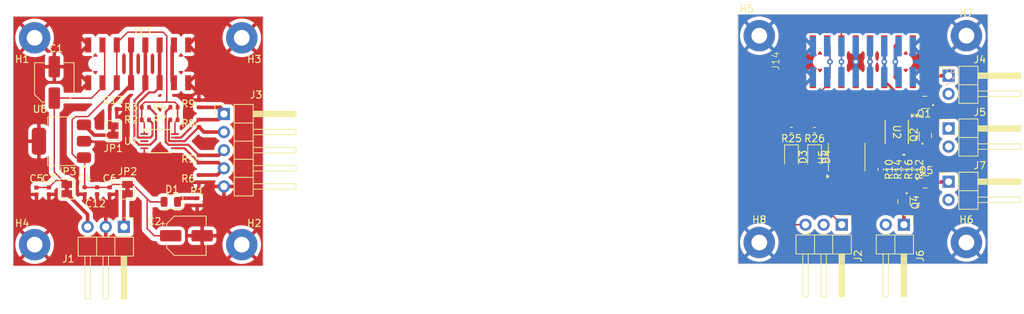
<source format=kicad_pcb>
(kicad_pcb (version 20240108) (generator "pcbnew") (generator_version "8.0")
  (layers (0 "F.Cu" signal) (31 "B.Cu" signal) (34 "B.Paste" user) (35 "F.Paste" user) (36 "B.SilkS" user "B.Silkscreen") (37 "F.SilkS" user "F.Silkscreen") (38 "B.Mask" user) (39 "F.Mask" user) (44 "Edge.Cuts" user))
  (net 0 "")
  (net 1 "GND")
  (net 2 "SDA")
  (net 3 "SCL")
  (net 4 "Net-(J1-Pin_1)")
  (net 5 "Net-(J1-Pin_3)")
  (net 6 "IO3")
  (net 7 "Net-(D1-K)")
  (net 8 "DSDAM")
  (net 9 "DSCLP")
  (net 10 "DSCLM")
  (net 11 "DSDAP")
  (net 12 "Net-(JP1-A)")
  (net 14 "Net-(D3-K)")
  (net 15 "IO0")
  (net 16 "IO1")
  (net 17 "Net-(D4-K)")
  (net 18 "Fan_Versorgung")
  (net 19 "Net-(J5-Pin_1)")
  (net 20 "Net-(J6-Pin_1)")
  (net 21 "Net-(J7-Pin_1)")
  (net 22 "FAN_0_PWM")
  (net 23 "FAN_1_PWM")
  (net 24 "IO2")
  (net 25 "Net-(U2-TACH1)")
  (net 26 "Net-(U2-*ALERT)")
  (net 27 "Net-(U2-TACH2)")
  (net 28 "Net-(U2-CLK)")
  (net 29 "Net-(J4-Pin_1)")
  (footprint "MountingHole:MountingHole_2.2mm_M2_Pad_TopBottom" (layer "F.Cu") (at 80.55 132.3)
    (property "Reference" "H2" (at 1.75 -3 0) (layer "F.SilkS"))
    (property "Value" "MountHole")
    (pad "1" thru_hole circle (at 0 0) (size 2.6 2.6) (drill 2.2) (layers "*.Cu" "*.Mask") (net 1 "GND"))
    (pad "1" connect circle (at 0 0) (size 4.4 4.4) (layers "F.Cu" "F.Mask") (net 1 "GND"))
    (pad "1" connect circle (at 0 0) (size 4.4 4.4) (layers "B.Cu" "B.Mask") (net 1 "GND"))
  )
  (footprint "Resistor_SMD:R_0402_1005Metric" (layer "F.Cu") (at 74.3 126.3 -90)
    (property "Reference" "R1" (at -1.5 0 0) (layer "F.SilkS"))
    (property "Value" "1k")
    (pad "1" smd roundrect (at -0.51 0 270) (size 0.54 0.64) (layers "F.Cu" "F.Paste" "F.Mask") (net 7 "Net-(D1-K)"))
    (pad "2" smd roundrect (at 0.51 0 270) (size 0.54 0.64) (layers "F.Cu" "F.Paste" "F.Mask") (net 1 "GND"))
  )
  (footprint "Resistor_SMD:R_0402_1005Metric" (layer "F.Cu") (at 74.55 120.29 -90)
    (property "Reference" "R5" (at 0.01 1.5 180) (layer "F.SilkS"))
    (property "Value" "120")
    (pad "1" smd roundrect (at -0.51 0 270) (size 0.54 0.64) (layers "F.Cu" "F.Paste" "F.Mask") (net 9 "DSCLP"))
    (pad "2" smd roundrect (at 0.51 0 270) (size 0.54 0.64) (layers "F.Cu" "F.Paste" "F.Mask") (net 10 "DSCLM"))
  )
  (footprint "Resistor_SMD:R_0402_1005Metric" (layer "F.Cu") (at 74.55 115.29 90)
    (property "Reference" "R8" (at -0.01 -1.5 180) (layer "F.SilkS"))
    (property "Value" "120")
    (pad "1" smd roundrect (at -0.51 0 90) (size 0.54 0.64) (layers "F.Cu" "F.Paste" "F.Mask") (net 11 "DSDAP"))
    (pad "2" smd roundrect (at 0.51 0 90) (size 0.54 0.64) (layers "F.Cu" "F.Paste" "F.Mask") (net 8 "DSDAM"))
  )
  (footprint "Package_SO:SOIC-8_3.9x4.9mm_P1.27mm" (layer "F.Cu") (at 165.235 120.025 90)
    (property "Reference" "U5" (at 0 -3.4 90) (layer "F.SilkS"))
    (property "Value" "PCA9536D")
    (pad "1" smd roundrect (at -2.475 -1.905 90) (size 1.95 0.6) (layers "F.Cu" "F.Paste" "F.Mask") (net 15 "IO0"))
    (pad "2" smd roundrect (at -2.475 -0.635 90) (size 1.95 0.6) (layers "F.Cu" "F.Paste" "F.Mask") (net 16 "IO1"))
    (pad "3" smd roundrect (at -2.475 0.635 90) (size 1.95 0.6) (layers "F.Cu" "F.Paste" "F.Mask") (net 24 "IO2"))
    (pad "4" smd roundrect (at -2.475 1.905 90) (size 1.95 0.6) (layers "F.Cu" "F.Paste" "F.Mask") (net 1 "GND"))
    (pad "5" smd roundrect (at 2.475 1.905 90) (size 1.95 0.6) (layers "F.Cu" "F.Paste" "F.Mask") (net 6 "IO3"))
    (pad "6" smd roundrect (at 2.475 0.635 90) (size 1.95 0.6) (layers "F.Cu" "F.Paste" "F.Mask") (net 3 "SCL"))
    (pad "7" smd roundrect (at 2.475 -0.635 90) (size 1.95 0.6) (layers "F.Cu" "F.Paste" "F.Mask") (net 2 "SDA"))
    (pad "8" smd roundrect (at 2.475 -1.905 90) (size 1.95 0.6) (layers "F.Cu" "F.Paste" "F.Mask") (net 3 "SCL"))
  )
  (footprint "Package_SO:TSSOP-10_3x3mm_P0.5mm" (layer "F.Cu") (at 69.05 117.79)
    (property "Reference" "U1" (at -4 0 180) (layer "F.SilkS"))
    (property "Value" "PCA9615DP")
    (pad "1" smd rect (at -2.15 -1) (size 1.1 0.25) (layers "F.Cu" "F.Paste" "F.Mask") (net 2 "SDA"))
    (pad "2" smd rect (at -2.15 -0.5) (size 1.1 0.25) (layers "F.Cu" "F.Paste" "F.Mask") (net 2 "SDA"))
    (pad "3" smd rect (at -2.15 0) (size 1.1 0.25) (layers "F.Cu" "F.Paste" "F.Mask"))
    (pad "4" smd rect (at -2.15 0.5) (size 1.1 0.25) (layers "F.Cu" "F.Paste" "F.Mask") (net 3 "SCL"))
    (pad "5" smd rect (at -2.15 1) (size 1.1 0.25) (layers "F.Cu" "F.Paste" "F.Mask") (net 1 "GND"))
    (pad "6" smd rect (at 2.15 1) (size 1.1 0.25) (layers "F.Cu" "F.Paste" "F.Mask") (net 10 "DSCLM"))
    (pad "7" smd rect (at 2.15 0.5) (size 1.1 0.25) (layers "F.Cu" "F.Paste" "F.Mask") (net 9 "DSCLP"))
    (pad "8" smd rect (at 2.15 0) (size 1.1 0.25) (layers "F.Cu" "F.Paste" "F.Mask") (net 11 "DSDAP"))
    (pad "9" smd rect (at 2.15 -0.5) (size 1.1 0.25) (layers "F.Cu" "F.Paste" "F.Mask") (net 8 "DSDAM"))
    (pad "10" smd rect (at 2.15 -1) (size 1.1 0.25) (layers "F.Cu" "F.Paste" "F.Mask") (net 2 "SDA"))
  )
  (footprint "Capacitor_SMD:CP_Elec_5x3" (layer "F.Cu") (at 72.8 131.05)
    (property "Reference" "C2" (at -4.5 -2 180) (layer "F.SilkS"))
    (property "Value" "0.1µF")
    (pad "1" smd roundrect (at -2.2 0) (size 3 1.6) (layers "F.Cu" "F.Paste" "F.Mask") (roundrect_rratio 0.15625) (net 2 "SDA"))
    (pad "2" smd roundrect (at 2.2 0) (size 3 1.6) (layers "F.Cu" "F.Paste" "F.Mask") (roundrect_rratio 0.15625) (net 1 "GND"))
  )
  (footprint "Connector_PinHeader_2.54mm:PinHeader_1x02_P2.54mm_Horizontal" (layer "F.Cu") (at 173.25 129.5 -90)
    (property "Reference" "J6" (at 4.385 -2.27 90) (layer "F.SilkS"))
    (property "Value" "FAN2")
    (pad "1" thru_hole rect (at 0 0 270) (size 1.7 1.7) (drill 1) (layers "*.Cu" "*.Mask") (net 20 "Net-(J6-Pin_1)"))
    (pad "2" thru_hole oval (at 0 2.54 270) (size 1.7 1.7) (drill 1) (layers "*.Cu" "*.Mask") (net 18 "Fan_Versorgung"))
  )
  (footprint "CustomFotLibByJan:BF100-16-A-D-1-0640-L-C" (layer "F.Cu") (at 59.05 109.6 90)
    (property "Reference" "J13" (at 7.25 7.5 0) (layer "F.SilkS"))
    (property "Value" "Steckverbinder_Male_1")
    (pad "" np_thru_hole circle (at 2.65 1 90) (size 0.5 0.5) (drill 1.5) (layers "F&B.Cu" "*.Mask"))
    (pad "" np_thru_hole circle (at 2.65 13 90) (size 0.5 0.5) (drill 1.5) (layers "F&B.Cu" "*.Mask"))
    (pad "a1" smd rect (at 0 0 90) (size 2.1 0.85) (layers "F.Cu" "F.Paste" "F.Mask") (net 1 "GND"))
    (pad "a2" smd rect (at 0 2 90) (size 2.1 0.85) (layers "F.Cu" "F.Paste" "F.Mask") (net 6 "IO3"))
    (pad "a3" smd rect (at 0 4 90) (size 2.1 0.85) (layers "F.Cu" "F.Paste" "F.Mask") (net 2 "SDA"))
    (pad "a4" smd rect (at 0 6 90) (size 2.1 0.85) (layers "F.Cu" "F.Paste" "F.Mask") (net 3 "SCL"))
    (pad "a5" smd rect (at 0 8 90) (size 2.1 0.85) (layers "F.Cu" "F.Paste" "F.Mask") (net 3 "SCL"))
    (pad "a6" smd rect (at 0 10 90) (size 2.1 0.85) (layers "F.Cu" "F.Paste" "F.Mask") (net 2 "SDA"))
    (pad "a7" smd rect (at 0 12 90) (size 2.1 0.85) (layers "F.Cu" "F.Paste" "F.Mask") (net 6 "IO3"))
    (pad "a8" smd rect (at 0 14 90) (size 2.1 0.85) (layers "F.Cu" "F.Paste" "F.Mask") (net 1 "GND"))
    (pad "b1" smd rect (at 5.3 0 90) (size 2.1 0.85) (layers "F.Cu" "F.Paste" "F.Mask") (net 1 "GND"))
    (pad "b2" smd rect (at 5.3 2 90) (size 2.1 0.85) (layers "F.Cu" "F.Paste" "F.Mask") (net 6 "IO3"))
    (pad "b3" smd rect (at 5.3 4 90) (size 2.1 0.85) (layers "F.Cu" "F.Paste" "F.Mask") (net 2 "SDA"))
    (pad "b4" smd rect (at 5.3 6 90) (size 2.1 0.85) (layers "F.Cu" "F.Paste" "F.Mask") (net 3 "SCL"))
    (pad "b5" smd rect (at 5.3 8 90) (size 2.1 0.85) (layers "F.Cu" "F.Paste" "F.Mask") (net 3 "SCL"))
    (pad "b6" smd rect (at 5.3 10 90) (size 2.1 0.85) (layers "F.Cu" "F.Paste" "F.Mask") (net 2 "SDA"))
    (pad "b7" smd rect (at 5.3 12 90) (size 2.1 0.85) (layers "F.Cu" "F.Paste" "F.Mask") (net 6 "IO3"))
    (pad "b8" smd rect (at 5.3 14 90) (size 2.1 0.85) (layers "F.Cu" "F.Paste" "F.Mask") (net 1 "GND"))
  )
  (footprint "Resistor_SMD:R_0402_1005Metric" (layer "F.Cu") (at 157.5 116.25 180)
    (property "Reference" "R25" (at 0 -1.17 0) (layer "F.SilkS"))
    (property "Value" "330")
    (pad "1" smd roundrect (at -0.51 0 180) (size 0.54 0.64) (layers "F.Cu" "F.Paste" "F.Mask") (net 14 "Net-(D3-K)"))
    (pad "2" smd roundrect (at 0.51 0 180) (size 0.54 0.64) (layers "F.Cu" "F.Paste" "F.Mask") (net 1 "GND"))
  )
  (footprint "Jumper:SolderJumper-2_P1.3mm_Bridged_Pad1.0x1.5mm" (layer "F.Cu") (at 56.05 124.51 90)
    (property "Reference" "JP3" (at 2.46 0 180) (layer "F.SilkS"))
    (property "Value" "MEASO")
    (fp_poly (pts (xy -0.25 -0.3) (xy 0.25 -0.3) (xy 0.25 0.3) (xy -0.25 0.3)) (fill solid) (layer "F.Cu"))
    (pad "1" smd rect (at -0.65 0 90) (size 1 1.5) (layers "F.Cu" "F.Mask") (net 5 "Net-(J1-Pin_3)"))
    (pad "2" smd rect (at 0.65 0 90) (size 1 1.5) (layers "F.Cu" "F.Mask") (net 6 "IO3"))
  )
  (footprint "MountingHole:MountingHole_2.2mm_M2_Pad_TopBottom" (layer "F.Cu") (at 51.55 103.3)
    (property "Reference" "H1" (at -1.75 3 0) (layer "F.SilkS"))
    (property "Value" "MountHole")
    (pad "1" thru_hole circle (at 0 0) (size 2.6 2.6) (drill 2.2) (layers "*.Cu" "*.Mask") (net 1 "GND"))
    (pad "1" connect circle (at 0 0) (size 4.4 4.4) (layers "F.Cu" "F.Mask") (net 1 "GND"))
    (pad "1" connect circle (at 0 0) (size 4.4 4.4) (layers "B.Cu" "B.Mask") (net 1 "GND"))
  )
  (footprint "LED_SMD:LED_0805_2012Metric" (layer "F.Cu") (at 157.5 120 -90)
    (property "Reference" "D3" (at 0 -1.65 90) (layer "F.SilkS"))
    (property "Value" "YELLOW")
    (pad "1" smd roundrect (at -0.9375 0 270) (size 0.975 1.4) (layers "F.Cu" "F.Paste" "F.Mask") (net 14 "Net-(D3-K)"))
    (pad "2" smd roundrect (at 0.9375 0 270) (size 0.975 1.4) (layers "F.Cu" "F.Paste" "F.Mask") (net 15 "IO0"))
  )
  (footprint "MountingHole:MountingHole_2.2mm_M2_Pad_TopBottom" (layer "F.Cu") (at 153 132)
    (property "Reference" "H8" (at 0 -3.2 0) (layer "F.SilkS"))
    (property "Value" "MountHole")
    (pad "1" thru_hole circle (at 0 0) (size 2.6 2.6) (drill 2.2) (layers "*.Cu" "*.Mask") (net 1 "GND"))
    (pad "1" connect circle (at 0 0) (size 4.4 4.4) (layers "F.Cu" "F.Mask") (net 1 "GND"))
    (pad "1" connect circle (at 0 0) (size 4.4 4.4) (layers "B.Cu" "B.Mask") (net 1 "GND"))
  )
  (footprint "Resistor_SMD:R_0402_1005Metric" (layer "F.Cu") (at 74.55 112.54 90)
    (property "Reference" "R9" (at -0.01 -1.5 180) (layer "F.SilkS"))
    (property "Value" "600")
    (pad "1" smd roundrect (at -0.51 0 90) (size 0.54 0.64) (layers "F.Cu" "F.Paste" "F.Mask") (net 8 "DSDAM"))
    (pad "2" smd roundrect (at 0.51 0 90) (size 0.54 0.64) (layers "F.Cu" "F.Paste" "F.Mask") (net 1 "GND"))
  )
  (footprint "LED_SMD:LED_0805_2012Metric" (layer "F.Cu") (at 70.6125 126.3 180)
    (property "Reference" "D1" (at -0.1875 1.75 180) (layer "F.SilkS"))
    (property "Value" "GREEN")
    (pad "1" smd roundrect (at -0.9375 0 180) (size 0.975 1.4) (layers "F.Cu" "F.Paste" "F.Mask") (net 7 "Net-(D1-K)"))
    (pad "2" smd roundrect (at 0.9375 0 180) (size 0.975 1.4) (layers "F.Cu" "F.Paste" "F.Mask") (net 2 "SDA"))
  )
  (footprint "Resistor_SMD:R_0402_1005Metric" (layer "F.Cu") (at 172.75 121.75 -90)
    (property "Reference" "R16" (at 0 -1.17 90) (layer "F.SilkS"))
    (property "Value" "4k7")
    (pad "1" smd roundrect (at -0.51 0 270) (size 0.54 0.64) (layers "F.Cu" "F.Paste" "F.Mask") (net 28 "Net-(U2-CLK)"))
    (pad "2" smd roundrect (at 0.51 0 270) (size 0.54 0.64) (layers "F.Cu" "F.Paste" "F.Mask") (net 1 "GND"))
  )
  (footprint "Package_TO_SOT_SMD:SOT-723" (layer "F.Cu") (at 176.175 112.35 180)
    (property "Reference" "Q1" (at 0.1 -1.6 0) (layer "F.SilkS"))
    (property "Value" "DTC143E")
    (pad "1" smd roundrect (at -0.575 -0.4 180) (size 0.45 0.4) (layers "F.Cu" "F.Paste" "F.Mask") (net 22 "FAN_0_PWM"))
    (pad "2" smd roundrect (at -0.575 0.4 180) (size 0.45 0.4) (layers "F.Cu" "F.Paste" "F.Mask") (net 29 "Net-(J4-Pin_1)"))
    (pad "3" smd roundrect (at 0.575 0 180) (size 0.45 0.4) (layers "F.Cu" "F.Paste" "F.Mask") (net 1 "GND"))
  )
  (footprint "CustomFotLibByJan:BF100-16-A-D-1-0640-L-C" (layer "F.Cu") (at 160.5 109.3 90)
    (property "Reference" "J14" (at 2.75 -5.2 90) (layer "F.SilkS") (effects (font (thickness 0.1))))
    (property "Value" "Steckverbinder_Male_2")
    (pad "" np_thru_hole circle (at 2.65 1 90) (size 0.5 0.5) (drill 1.5) (layers "F&B.Cu" "*.Mask"))
    (pad "" np_thru_hole circle (at 2.65 13 90) (size 0.5 0.5) (drill 1.5) (layers "F&B.Cu" "*.Mask"))
    (pad "a1" smd rect (at 0 0 90) (size 2.1 0.85) (layers "F.Cu" "F.Paste" "F.Mask") (net 1 "GND"))
    (pad "a2" smd rect (at 0 2 90) (size 2.1 0.85) (layers "F.Cu" "F.Paste" "F.Mask") (net 6 "IO3"))
    (pad "a3" smd rect (at 0 4 90) (size 2.1 0.85) (layers "F.Cu" "F.Paste" "F.Mask") (net 2 "SDA"))
    (pad "a4" smd rect (at 0 6 90) (size 2.1 0.85) (layers "F.Cu" "F.Paste" "F.Mask") (net 3 "SCL"))
    (pad "a5" smd rect (at 0 8 90) (size 2.1 0.85) (layers "F.Cu" "F.Paste" "F.Mask") (net 3 "SCL"))
    (pad "a6" smd rect (at 0 10 90) (size 2.1 0.85) (layers "F.Cu" "F.Paste" "F.Mask") (net 2 "SDA"))
    (pad "a7" smd rect (at 0 12 90) (size 2.1 0.85) (layers "F.Cu" "F.Paste" "F.Mask") (net 6 "IO3"))
    (pad "a8" smd rect (at 0 14 90) (size 2.1 0.85) (layers "F.Cu" "F.Paste" "F.Mask") (net 1 "GND"))
    (pad "b1" smd rect (at 5.3 0 90) (size 2.1 0.85) (layers "F.Cu" "F.Paste" "F.Mask") (net 1 "GND"))
    (pad "b2" smd rect (at 5.3 2 90) (size 2.1 0.85) (layers "F.Cu" "F.Paste" "F.Mask") (net 6 "IO3"))
    (pad "b3" smd rect (at 5.3 4 90) (size 2.1 0.85) (layers "F.Cu" "F.Paste" "F.Mask") (net 2 "SDA"))
    (pad "b4" smd rect (at 5.3 6 90) (size 2.1 0.85) (layers "F.Cu" "F.Paste" "F.Mask") (net 3 "SCL"))
    (pad "b5" smd rect (at 5.3 8 90) (size 2.1 0.85) (layers "F.Cu" "F.Paste" "F.Mask") (net 3 "SCL"))
    (pad "b6" smd rect (at 5.3 10 90) (size 2.1 0.85) (layers "F.Cu" "F.Paste" "F.Mask") (net 2 "SDA"))
    (pad "b7" smd rect (at 5.3 12 90) (size 2.1 0.85) (layers "F.Cu" "F.Paste" "F.Mask") (net 6 "IO3"))
    (pad "b8" smd rect (at 5.3 14 90) (size 2.1 0.85) (layers "F.Cu" "F.Paste" "F.Mask") (net 1 "GND"))
  )
  (footprint "Package_TO_SOT_SMD:SOT-723" (layer "F.Cu") (at 176.25 123.5)
    (property "Reference" "Q5" (at 0.1 -1.6 0) (layer "F.SilkS"))
    (property "Value" "DTC143E")
    (pad "1" smd roundrect (at -0.575 -0.4) (size 0.45 0.4) (layers "F.Cu" "F.Paste" "F.Mask") (net 6 "IO3"))
    (pad "2" smd roundrect (at -0.575 0.4) (size 0.45 0.4) (layers "F.Cu" "F.Paste" "F.Mask") (net 1 "GND"))
    (pad "3" smd roundrect (at 0.575 0) (size 0.45 0.4) (layers "F.Cu" "F.Paste" "F.Mask") (net 21 "Net-(J7-Pin_1)"))
  )
  (footprint "Resistor_SMD:R_0402_1005Metric" (layer "F.Cu") (at 71.05 114.8 180)
    (property "Reference" "R7" (at 2 0 180) (layer "F.SilkS"))
    (property "Value" "600")
    (pad "1" smd roundrect (at -0.51 0 180) (size 0.54 0.64) (layers "F.Cu" "F.Paste" "F.Mask") (net 2 "SDA"))
    (pad "2" smd roundrect (at 0.51 0 180) (size 0.54 0.64) (layers "F.Cu" "F.Paste" "F.Mask") (net 11 "DSDAP"))
  )
  (footprint "LED_SMD:LED_0805_2012Metric" (layer "F.Cu") (at 160.74 120 -90)
    (property "Reference" "D4" (at 0 -1.65 90) (layer "F.SilkS"))
    (property "Value" "YELLOW")
    (pad "1" smd roundrect (at -0.9375 0 270) (size 0.975 1.4) (layers "F.Cu" "F.Paste" "F.Mask") (net 17 "Net-(D4-K)"))
    (pad "2" smd roundrect (at 0.9375 0 270) (size 0.975 1.4) (layers "F.Cu" "F.Paste" "F.Mask") (net 16 "IO1"))
  )
  (footprint "Resistor_SMD:R_0402_1005Metric" (layer "F.Cu") (at 171.25 121.75 -90)
    (property "Reference" "R14" (at 0 -1.17 90) (layer "F.SilkS"))
    (property "Value" "4k7")
    (pad "1" smd roundrect (at -0.51 0 270) (size 0.54 0.64) (layers "F.Cu" "F.Paste" "F.Mask") (net 27 "Net-(U2-TACH2)"))
    (pad "2" smd roundrect (at 0.51 0 270) (size 0.54 0.64) (layers "F.Cu" "F.Paste" "F.Mask") (net 1 "GND"))
  )
  (footprint "Capacitor_SMD:C_0402_1005Metric" (layer "F.Cu") (at 62.05 124.76 -90)
    (property "Reference" "C6" (at -1.73 0 180) (layer "F.SilkS"))
    (property "Value" "0.1µF")
    (pad "1" smd roundrect (at -0.48 0 270) (size 0.56 0.62) (layers "F.Cu" "F.Paste" "F.Mask") (net 2 "SDA"))
    (pad "2" smd roundrect (at 0.48 0 270) (size 0.56 0.62) (layers "F.Cu" "F.Paste" "F.Mask") (net 1 "GND"))
  )
  (footprint "Package_TO_SOT_SMD:SOT-223-3_TabPin2" (layer "F.Cu") (at 55.3 117.8 180)
    (property "Reference" "U6" (at 3 4.5 180) (layer "F.SilkS"))
    (property "Value" "AP7361C-33E")
    (pad "1" smd roundrect (at -3.15 -2.3 180) (size 2 1.5) (layers "F.Cu" "F.Paste" "F.Mask") (net 2 "SDA"))
    (pad "2" smd roundrect (at -3.15 0 180) (size 2 1.5) (layers "F.Cu" "F.Paste" "F.Mask") (net 1 "GND"))
    (pad "2" smd roundrect (at 3.15 0 180) (size 2 3.8) (layers "F.Cu" "F.Paste" "F.Mask") (net 1 "GND"))
    (pad "3" smd roundrect (at -3.15 2.3 180) (size 2 1.5) (layers "F.Cu" "F.Paste" "F.Mask") (net 12 "Net-(JP1-A)"))
  )
  (footprint "Connector_PinHeader_2.54mm:PinHeader_1x03_P2.54mm_Horizontal" (layer "F.Cu") (at 164.55 129.5 -90)
    (property "Reference" "J2" (at 4.385 -2.27 90) (layer "F.SilkS"))
    (property "Value" "Fan_12/5V_Regelung")
    (pad "1" thru_hole rect (at 0 0 270) (size 1.7 1.7) (drill 1) (layers "*.Cu" "*.Mask") (net 6 "IO3"))
    (pad "2" thru_hole oval (at 0 2.54 270) (size 1.7 1.7) (drill 1) (layers "*.Cu" "*.Mask") (net 18 "Fan_Versorgung"))
    (pad "3" thru_hole oval (at 0 5.08 270) (size 1.7 1.7) (drill 1) (layers "*.Cu" "*.Mask") (net 2 "SDA"))
  )
  (footprint "Capacitor_SMD:C_0402_1005Metric" (layer "F.Cu") (at 60.3 124.74 -90)
    (property "Reference" "C12" (at 1.81 0.25 180) (layer "F.SilkS"))
    (property "Value" "4.7µF")
    (pad "1" smd roundrect (at -0.48 0 270) (size 0.56 0.62) (layers "F.Cu" "F.Paste" "F.Mask") (net 2 "SDA"))
    (pad "2" smd roundrect (at 0.48 0 270) (size 0.56 0.62) (layers "F.Cu" "F.Paste" "F.Mask") (net 1 "GND"))
  )
  (footprint "Resistor_SMD:R_0402_1005Metric" (layer "F.Cu") (at 160.74 116.25 180)
    (property "Reference" "R26" (at 0 -1.17 0) (layer "F.SilkS"))
    (property "Value" "330")
    (pad "1" smd roundrect (at -0.51 0 180) (size 0.54 0.64) (layers "F.Cu" "F.Paste" "F.Mask") (net 17 "Net-(D4-K)"))
    (pad "2" smd roundrect (at 0.51 0 180) (size 0.54 0.64) (layers "F.Cu" "F.Paste" "F.Mask") (net 1 "GND"))
  )
  (footprint "Connector_PinHeader_2.54mm:PinHeader_1x03_P2.54mm_Horizontal" (layer "F.Cu") (at 64.05 129.8 -90)
    (property "Reference" "J1" (at 4.5 7.775 180) (layer "F.SilkS"))
    (property "Value" "Power")
    (pad "1" thru_hole rect (at 0 0 270) (size 1.7 1.7) (drill 1) (layers "*.Cu" "*.Mask") (net 4 "Net-(J1-Pin_1)"))
    (pad "2" thru_hole oval (at 0 2.54 270) (size 1.7 1.7) (drill 1) (layers "*.Cu" "*.Mask") (net 1 "GND"))
    (pad "3" thru_hole oval (at 0 5.08 270) (size 1.7 1.7) (drill 1) (layers "*.Cu" "*.Mask") (net 5 "Net-(J1-Pin_3)"))
  )
  (footprint "MountingHole:MountingHole_2.2mm_M2_Pad_TopBottom" (layer "F.Cu") (at 182 132)
    (property "Reference" "H6" (at 0 -3.2 0) (layer "F.SilkS"))
    (property "Value" "MountHole")
    (pad "1" thru_hole circle (at 0 0) (size 2.6 2.6) (drill 2.2) (layers "*.Cu" "*.Mask") (net 1 "GND"))
    (pad "1" connect circle (at 0 0) (size 4.4 4.4) (layers "F.Cu" "F.Mask") (net 1 "GND"))
    (pad "1" connect circle (at 0 0) (size 4.4 4.4) (layers "B.Cu" "B.Mask") (net 1 "GND"))
  )
  (footprint "Resistor_SMD:R_0402_1005Metric" (layer "F.Cu") (at 174.25 121.75 -90)
    (property "Reference" "R12" (at 0 -1.17 90) (layer "F.SilkS"))
    (property "Value" "10k")
    (pad "1" smd roundrect (at -0.51 0 270) (size 0.54 0.64) (layers "F.Cu" "F.Paste" "F.Mask") (net 26 "Net-(U2-*ALERT)"))
    (pad "2" smd roundrect (at 0.51 0 270) (size 0.54 0.64) (layers "F.Cu" "F.Paste" "F.Mask") (net 1 "GND"))
  )
  (footprint "Jumper:SolderJumper-2_P1.3mm_Bridged_Pad1.0x1.5mm" (layer "F.Cu") (at 62.55 116.3 90)
    (property "Reference" "JP1" (at -2.5 0 0) (layer "F.SilkS"))
    (property "Value" "MEASO")
    (fp_poly (pts (xy -0.25 -0.3) (xy 0.25 -0.3) (xy 0.25 0.3) (xy -0.25 0.3)) (fill solid) (layer "F.Cu"))
    (pad "1" smd rect (at -0.65 0 90) (size 1 1.5) (layers "F.Cu" "F.Mask") (net 12 "Net-(JP1-A)"))
    (pad "2" smd rect (at 0.65 0 90) (size 1 1.5) (layers "F.Cu" "F.Mask") (net 3 "SCL"))
  )
  (footprint "Connector_PinHeader_2.54mm:PinHeader_1x02_P2.54mm_Horizontal" (layer "F.Cu") (at 179.5 123.475)
    (property "Reference" "J7" (at 4.385 -2.27 0) (layer "F.SilkS"))
    (property "Value" "FAN4")
    (pad "1" thru_hole rect (at 0 0) (size 1.7 1.7) (drill 1) (layers "*.Cu" "*.Mask") (net 21 "Net-(J7-Pin_1)"))
    (pad "2" thru_hole oval (at 0 2.54) (size 1.7 1.7) (drill 1) (layers "*.Cu" "*.Mask") (net 18 "Fan_Versorgung"))
  )
  (footprint "Resistor_SMD:R_0402_1005Metric" (layer "F.Cu") (at 67.05 114.8)
    (property "Reference" "R2" (at -2 0 180) (layer "F.SilkS"))
    (property "Value" "4k7")
    (pad "1" smd roundrect (at -0.51 0) (size 0.54 0.64) (layers "F.Cu" "F.Paste" "F.Mask") (net 2 "SDA"))
    (pad "2" smd roundrect (at 0.51 0) (size 0.54 0.64) (layers "F.Cu" "F.Paste" "F.Mask") (net 2 "SDA"))
  )
  (footprint "CustomFotLibByJan:MSOP10_MC_MCH" (layer "F.Cu") (at 172.25 116.5 -90)
    (property "Reference" "U2" (at 0 0 -90) (layer "F.SilkS"))
    (property "Value" "EMC2302-2-AIZL-TR")
    (fp_text user "*" (at -2.2987 -2.4732 -90) (layer "F.SilkS"))
    (fp_text user "*" (at -2.2987 -2.4732 90) (layer "F.SilkS"))
    (pad "1" smd rect (at -2.0447 -1.000001 270) (size 1.524 0.3302) (layers "F.Cu" "F.Paste" "F.Mask") (net 2 "SDA"))
    (pad "2" smd rect (at -2.0447 -0.499999 270) (size 1.524 0.3302) (layers "F.Cu" "F.Paste" "F.Mask") (net 3 "SCL"))
    (pad "3" smd rect (at -2.0447 0 270) (size 1.524 0.3302) (layers "F.Cu" "F.Paste" "F.Mask") (net 3 "SCL"))
    (pad "4" smd rect (at -2.0447 0.499999 270) (size 1.524 0.3302) (layers "F.Cu" "F.Paste" "F.Mask") (net 1 "GND"))
    (pad "5" smd rect (at -2.0447 1.000001 270) (size 1.524 0.3302) (layers "F.Cu" "F.Paste" "F.Mask") (net 22 "FAN_0_PWM"))
    (pad "6" smd rect (at 2.0447 1.000001 270) (size 1.524 0.3302) (layers "F.Cu" "F.Paste" "F.Mask") (net 25 "Net-(U2-TACH1)"))
    (pad "7" smd rect (at 2.0447 0.499999 270) (size 1.524 0.3302) (layers "F.Cu" "F.Paste" "F.Mask") (net 23 "FAN_1_PWM"))
    (pad "8" smd rect (at 2.0447 0 270) (size 1.524 0.3302) (layers "F.Cu" "F.Paste" "F.Mask") (net 27 "Net-(U2-TACH2)"))
    (pad "9" smd rect (at 2.0447 -0.499999 270) (size 1.524 0.3302) (layers "F.Cu" "F.Paste" "F.Mask") (net 28 "Net-(U2-CLK)"))
    (pad "10" smd rect (at 2.0447 -1.000001 270) (size 1.524 0.3302) (layers "F.Cu" "F.Paste" "F.Mask") (net 26 "Net-(U2-*ALERT)"))
  )
  (footprint "Connector_PinHeader_2.54mm:PinHeader_1x05_P2.54mm_Horizontal" (layer "F.Cu") (at 78.05 113.975)
    (property "Reference" "J3" (at 4.5 -2.675 180) (layer "F.SilkS"))
    (property "Value" "DATA")
    (pad "1" thru_hole rect (at 0 0) (size 1.7 1.7) (drill 1) (layers "*.Cu" "*.Mask") (net 8 "DSDAM"))
    (pad "2" thru_hole oval (at 0 2.54) (size 1.7 1.7) (drill 1) (layers "*.Cu" "*.Mask") (net 11 "DSDAP"))
    (pad "3" thru_hole oval (at 0 5.08) (size 1.7 1.7) (drill 1) (layers "*.Cu" "*.Mask") (net 9 "DSCLP"))
    (pad "4" thru_hole oval (at 0 7.62) (size 1.7 1.7) (drill 1) (layers "*.Cu" "*.Mask") (net 10 "DSCLM"))
    (pad "5" thru_hole oval (at 0 10.16) (size 1.7 1.7) (drill 1) (layers "*.Cu" "*.Mask") (net 1 "GND"))
  )
  (footprint "Capacitor_SMD:C_0402_1005Metric" (layer "F.Cu") (at 53.55 124.76 -90)
    (property "Reference" "C3" (at -1.71 0 180) (layer "F.SilkS"))
    (property "Value" "0.22µF")
    (pad "1" smd roundrect (at -0.48 0 270) (size 0.56 0.62) (layers "F.Cu" "F.Paste" "F.Mask") (net 6 "IO3"))
    (pad "2" smd roundrect (at 0.48 0 270) (size 0.56 0.62) (layers "F.Cu" "F.Paste" "F.Mask") (net 1 "GND"))
  )
  (footprint "MountingHole:MountingHole_2.2mm_M2_Pad_TopBottom" (layer "F.Cu") (at 51.55 132.3)
    (property "Reference" "H4" (at -1.75 -3 0) (layer "F.SilkS"))
    (property "Value" "MountHole")
    (pad "1" thru_hole circle (at 0 0) (size 2.6 2.6) (drill 2.2) (layers "*.Cu" "*.Mask") (net 1 "GND"))
    (pad "1" connect circle (at 0 0) (size 4.4 4.4) (layers "F.Cu" "F.Mask") (net 1 "GND"))
    (pad "1" connect circle (at 0 0) (size 4.4 4.4) (layers "B.Cu" "B.Mask") (net 1 "GND"))
  )
  (footprint "Connector_PinHeader_2.54mm:PinHeader_1x02_P2.54mm_Horizontal" (layer "F.Cu") (at 179.5 108.61)
    (property "Reference" "J4" (at 4.385 -2.27 0) (layer "F.SilkS"))
    (property "Value" "FAN0")
    (pad "1" thru_hole rect (at 0 0) (size 1.7 1.7) (drill 1) (layers "*.Cu" "*.Mask") (net 29 "Net-(J4-Pin_1)"))
    (pad "2" thru_hole oval (at 0 2.54) (size 1.7 1.7) (drill 1) (layers "*.Cu" "*.Mask") (net 18 "Fan_Versorgung"))
  )
  (footprint "MountingHole:MountingHole_2.2mm_M2_Pad_TopBottom" (layer "F.Cu") (at 182 103)
    (property "Reference" "H7" (at 0 -3.2 0) (layer "F.SilkS"))
    (property "Value" "MountHole")
    (pad "1" thru_hole circle (at 0 0) (size 2.6 2.6) (drill 2.2) (layers "*.Cu" "*.Mask") (net 1 "GND"))
    (pad "1" connect circle (at 0 0) (size 4.4 4.4) (layers "F.Cu" "F.Mask") (net 1 "GND"))
    (pad "1" connect circle (at 0 0) (size 4.4 4.4) (layers "B.Cu" "B.Mask") (net 1 "GND"))
  )
  (footprint "Resistor_SMD:R_0402_1005Metric" (layer "F.Cu") (at 74.55 123.05 -90)
    (property "Reference" "R6" (at 0 1.5 180) (layer "F.SilkS"))
    (property "Value" "600")
    (pad "1" smd roundrect (at -0.51 0 270) (size 0.54 0.64) (layers "F.Cu" "F.Paste" "F.Mask") (net 10 "DSCLM"))
    (pad "2" smd roundrect (at 0.51 0 270) (size 0.54 0.64) (layers "F.Cu" "F.Paste" "F.Mask") (net 1 "GND"))
  )
  (footprint "Capacitor_SMD:C_0402_1005Metric" (layer "F.Cu") (at 51.8 124.78 -90)
    (property "Reference" "C5" (at -1.73 0 180) (layer "F.SilkS"))
    (property "Value" "0.1µF")
    (pad "1" smd roundrect (at -0.48 0 270) (size 0.56 0.62) (layers "F.Cu" "F.Paste" "F.Mask") (net 6 "IO3"))
    (pad "2" smd roundrect (at 0.48 0 270) (size 0.56 0.62) (layers "F.Cu" "F.Paste" "F.Mask") (net 1 "GND"))
  )
  (footprint "Resistor_SMD:R_0402_1005Metric" (layer "F.Cu") (at 71.06 113.04 180)
    (property "Reference" "R4" (at 2.01 -0.01 180) (layer "F.SilkS"))
    (property "Value" "600")
    (pad "1" smd roundrect (at -0.51 0 180) (size 0.54 0.64) (layers "F.Cu" "F.Paste" "F.Mask") (net 2 "SDA"))
    (pad "2" smd roundrect (at 0.51 0 180) (size 0.54 0.64) (layers "F.Cu" "F.Paste" "F.Mask") (net 9 "DSCLP"))
  )
  (footprint "Package_TO_SOT_SMD:SOT-723" (layer "F.Cu") (at 173.25 126.25 -90)
    (property "Reference" "Q4" (at 0.1 -1.6 90) (layer "F.SilkS"))
    (property "Value" "DTC143E")
    (pad "1" smd roundrect (at -0.575 -0.4 270) (size 0.45 0.4) (layers "F.Cu" "F.Paste" "F.Mask") (net 24 "IO2"))
    (pad "2" smd roundrect (at -0.575 0.4 270) (size 0.45 0.4) (layers "F.Cu" "F.Paste" "F.Mask") (net 1 "GND"))
    (pad "3" smd roundrect (at 0.575 0 270) (size 0.45 0.4) (layers "F.Cu" "F.Paste" "F.Mask") (net 20 "Net-(J6-Pin_1)"))
  )
  (footprint "MountingHole:MountingHole_2.2mm_M2_Pad_TopBottom" (layer "F.Cu") (at 80.55 103.3)
    (property "Reference" "H3" (at 1.75 3 0) (layer "F.SilkS"))
    (property "Value" "MountHole")
    (pad "1" thru_hole circle (at 0 0) (size 2.6 2.6) (drill 2.2) (layers "*.Cu" "*.Mask") (net 1 "GND"))
    (pad "1" connect circle (at 0 0) (size 4.4 4.4) (layers "F.Cu" "F.Mask") (net 1 "GND"))
    (pad "1" connect circle (at 0 0) (size 4.4 4.4) (layers "B.Cu" "B.Mask") (net 1 "GND"))
  )
  (footprint "Resistor_SMD:R_0402_1005Metric" (layer "F.Cu") (at 67.06 113.05)
    (property "Reference" "R3" (at -2.01 0 180) (layer "F.SilkS"))
    (property "Value" "4k7")
    (pad "1" smd roundrect (at -0.51 0) (size 0.54 0.64) (layers "F.Cu" "F.Paste" "F.Mask") (net 2 "SDA"))
    (pad "2" smd roundrect (at 0.51 0) (size 0.54 0.64) (layers "F.Cu" "F.Paste" "F.Mask") (net 3 "SCL"))
  )
  (footprint "Jumper:SolderJumper-2_P1.3mm_Bridged_Pad1.0x1.5mm" (layer "F.Cu") (at 64.55 124.51 90)
    (property "Reference" "JP2" (at 2.46 0 180) (layer "F.SilkS"))
    (property "Value" "MEASO")
    (fp_poly (pts (xy -0.25 -0.3) (xy 0.25 -0.3) (xy 0.25 0.3) (xy -0.25 0.3)) (fill solid) (layer "F.Cu"))
    (pad "1" smd rect (at -0.65 0 90) (size 1 1.5) (layers "F.Cu" "F.Mask") (net 4 "Net-(J1-Pin_1)"))
    (pad "2" smd rect (at 0.65 0 90) (size 1 1.5) (layers "F.Cu" "F.Mask") (net 2 "SDA"))
  )
  (footprint "Resistor_SMD:R_0402_1005Metric" (layer "F.Cu") (at 170 121.75 -90)
    (property "Reference" "R10" (at 0 -1.17 90) (layer "F.SilkS"))
    (property "Value" "4k7")
    (pad "1" smd roundrect (at -0.51 0 270) (size 0.54 0.64) (layers "F.Cu" "F.Paste" "F.Mask") (net 25 "Net-(U2-TACH1)"))
    (pad "2" smd roundrect (at 0.51 0 270) (size 0.54 0.64) (layers "F.Cu" "F.Paste" "F.Mask") (net 1 "GND"))
  )
  (footprint "MountingHole:MountingHole_2.2mm_M2_Pad_TopBottom" (layer "F.Cu") (at 153 103)
    (property "Reference" "H5" (at -1.75 -3.75 0) (layer "F.SilkS"))
    (property "Value" "MountHole")
    (pad "1" thru_hole circle (at 0 0) (size 2.6 2.6) (drill 2.2) (layers "*.Cu" "*.Mask") (net 1 "GND"))
    (pad "1" connect circle (at 0 0) (size 4.4 4.4) (layers "F.Cu" "F.Mask") (net 1 "GND"))
    (pad "1" connect circle (at 0 0) (size 4.4 4.4) (layers "B.Cu" "B.Mask") (net 1 "GND"))
  )
  (footprint "Capacitor_SMD:C_0402_1005Metric" (layer "F.Cu") (at 62.55 113.3)
    (property "Reference" "C13" (at 0 -1.25 180) (layer "F.SilkS"))
    (property "Value" "4.7µF")
    (pad "1" smd roundrect (at -0.48 0) (size 0.56 0.62) (layers "F.Cu" "F.Paste" "F.Mask") (net 3 "SCL"))
    (pad "2" smd roundrect (at 0.48 0) (size 0.56 0.62) (layers "F.Cu" "F.Paste" "F.Mask") (net 1 "GND"))
  )
  (footprint "Package_TO_SOT_SMD:SOT-723" (layer "F.Cu") (at 176.25 117 90)
    (property "Reference" "Q2" (at 0.1 -1.6 90) (layer "F.SilkS"))
    (property "Value" "DTC143E")
    (pad "1" smd roundrect (at -0.575 -0.4 90) (size 0.45 0.4) (layers "F.Cu" "F.Paste" "F.Mask") (net 23 "FAN_1_PWM"))
    (pad "2" smd roundrect (at -0.575 0.4 90) (size 0.45 0.4) (layers "F.Cu" "F.Paste" "F.Mask") (net 1 "GND"))
    (pad "3" smd roundrect (at 0.575 0 90) (size 0.45 0.4) (layers "F.Cu" "F.Paste" "F.Mask") (net 19 "Net-(J5-Pin_1)"))
  )
  (footprint "Capacitor_SMD:C_0402_1005Metric" (layer "F.Cu") (at 58.55 124.74 -90)
    (property "Reference" "C4" (at -1.71 0 180) (layer "F.SilkS"))
    (property "Value" "0.22µF")
    (pad "1" smd roundrect (at -0.48 0 270) (size 0.56 0.62) (layers "F.Cu" "F.Paste" "F.Mask") (net 2 "SDA"))
    (pad "2" smd roundrect (at 0.48 0 270) (size 0.56 0.62) (layers "F.Cu" "F.Paste" "F.Mask") (net 1 "GND"))
  )
  (footprint "Connector_PinHeader_2.54mm:PinHeader_1x02_P2.54mm_Horizontal" (layer "F.Cu") (at 179.5 116.01)
    (property "Reference" "J5" (at 4.385 -2.27 0) (layer "F.SilkS"))
    (property "Value" "FAN1")
    (pad "1" thru_hole rect (at 0 0) (size 1.7 1.7) (drill 1) (layers "*.Cu" "*.Mask") (net 19 "Net-(J5-Pin_1)"))
    (pad "2" thru_hole oval (at 0 2.54) (size 1.7 1.7) (drill 1) (layers "*.Cu" "*.Mask") (net 18 "Fan_Versorgung"))
  )
  (footprint "Capacitor_SMD:CP_Elec_5x3" (layer "F.Cu") (at 54.3 109.55 90)
    (property "Reference" "C1" (at 4.75 0.25 180) (layer "F.SilkS"))
    (property "Value" "0.1µF")
    (pad "1" smd roundrect (at -2.2 0 90) (size 3 1.6) (layers "F.Cu" "F.Paste" "F.Mask") (roundrect_rratio 0.15625) (net 6 "IO3"))
    (pad "2" smd roundrect (at 2.2 0 90) (size 3 1.6) (layers "F.Cu" "F.Paste" "F.Mask") (roundrect_rratio 0.15625) (net 1 "GND"))
  )
  (footprint "CustomFotLibByJan:BF030-16A-B1-0360-0277-0600-LB" (layer "B.Cu") (at 174.5 108.775 90)
    (property "Reference" "J15" (at 0 5.25 -90) (layer "B.SilkS") (effects (font (thickness 0.1)) (justify mirror)))
    (property "Value" "Steckverbinder_Female_2")
    (pad "" np_thru_hole circle (at 2.125 -13 90) (size 0.5 0.5) (drill 1.1) (layers "F&B.Cu" "*.Mask"))
    (pad "" np_thru_hole circle (at 2.125 -1 90) (size 0.5 0.5) (drill 1.1) (layers "F&B.Cu" "*.Mask"))
    (pad "a1" smd rect (at 0 0 90) (size 2.75 0.9) (layers "B.Cu" "B.Paste" "B.Mask") (net 1 "GND"))
    (pad "a2" smd rect (at 0 -2 90) (size 2.75 0.9) (layers "B.Cu" "B.Paste" "B.Mask") (net 6 "IO3"))
    (pad "a3" smd rect (at 0 -4 90) (size 2.75 0.9) (layers "B.Cu" "B.Paste" "B.Mask") (net 2 "SDA"))
    (pad "a4" smd rect (at 0 -6 90) (size 2.75 0.9) (layers "B.Cu" "B.Paste" "B.Mask") (net 3 "SCL"))
    (pad "a5" smd rect (at 0 -8 90) (size 2.75 0.9) (layers "B.Cu" "B.Paste" "B.Mask") (net 3 "SCL"))
    (pad "a6" smd rect (at 0 -10 90) (size 2.75 0.9) (layers "B.Cu" "B.Paste" "B.Mask") (net 2 "SDA"))
    (pad "a7" smd rect (at 0 -12 90) (size 2.75 0.9) (layers "B.Cu" "B.Paste" "B.Mask") (net 6 "IO3"))
    (pad "a8" smd rect (at 0 -14 90) (size 2.75 0.9) (layers "B.Cu" "B.Paste" "B.Mask") (net 1 "GND"))
    (pad "b1" smd rect (at 4.25 0 90) (size 2.75 0.9) (layers "B.Cu" "B.Paste" "B.Mask") (net 1 "GND"))
    (pad "b2" smd rect (at 4.25 -2 90) (size 2.75 0.9) (layers "B.Cu" "B.Paste" "B.Mask") (net 6 "IO3"))
    (pad "b3" smd rect (at 4.25 -4 90) (size 2.75 0.9) (layers "B.Cu" "B.Paste" "B.Mask") (net 2 "SDA"))
    (pad "b4" smd rect (at 4.25 -6 90) (size 2.75 0.9) (layers "B.Cu" "B.Paste" "B.Mask") (net 3 "SCL"))
    (pad "b5" smd rect (at 4.25 -8 90) (size 2.75 0.9) (layers "B.Cu" "B.Paste" "B.Mask") (net 3 "SCL"))
    (pad "b6" smd rect (at 4.25 -10 90) (size 2.75 0.9) (layers "B.Cu" "B.Paste" "B.Mask") (net 2 "SDA"))
    (pad "b7" smd rect (at 4.25 -12 90) (size 2.75 0.9) (layers "B.Cu" "B.Paste" "B.Mask") (net 6 "IO3"))
    (pad "b8" smd rect (at 4.25 -14 90) (size 2.75 0.9) (layers "B.Cu" "B.Paste" "B.Mask") (net 1 "GND"))
  )
  (gr_rect (start 150 100) (end 185 135) (stroke (width 0.1)) (fill none) (layer "Edge.Cuts"))
  (gr_rect (start 48.55 100.3) (end 83.55 135.3) (stroke (width 0.1)) (fill none) (layer "Edge.Cuts"))
  (segment (start 170 122.26) (end 171.25 122.26) (width 0.2) (layer "F.Cu") (net 1))
  (segment (start 171.25 122.26) (end 172.75 122.26) (width 0.2) (layer "F.Cu") (net 1))
  (segment (start 172.75 122.26) (end 174.25 122.26) (width 0.2) (layer "F.Cu") (net 1))
  (segment (start 71.57 113.04) (end 71.57 112.720001) (width 0.2) (layer "F.Cu") (net 2))
  (segment (start 56.8 119.55) (end 56.8 114.8) (width 0.2) (layer "F.Cu") (net 2))
  (segment (start 65.97 117.21) (end 65.97 112.53) (width 0.3) (layer "F.Cu") (net 2))
  (segment (start 67.3 125.86) (end 67.3 130.05) (width 0.2) (layer "F.Cu") (net 2))
  (segment (start 170.5 106.65) (end 170.5 104) (width 0.5) (layer "F.Cu") (net 2))
  (segment (start 56.8 114.8) (end 57.25 114.35) (width 0.2) (layer "F.Cu") (net 2))
  (segment (start 71.169999 112.32) (end 70.05 112.32) (width 0.2) (layer "F.Cu") (net 2))
  (segment (start 71.56 114.8) (end 71.56 113.05) (width 0.2) (layer "F.Cu") (net 2))
  (segment (start 164.5 102.4) (end 164.5 104) (width 0.2) (layer "F.Cu") (net 2))
  (segment (start 71.56 113.05) (end 71.57 113.04) (width 0.2) (layer "F.Cu") (net 2))
  (segment (start 63.05 109.6) (end 63.05 104.3) (width 0.2) (layer "F.Cu") (net 2))
  (segment (start 58.55 120.2) (end 58.45 120.1) (width 0.2) (layer "F.Cu") (net 2))
  (segment (start 66.54 114.8) (end 66.54 113.06) (width 0.2) (layer "F.Cu") (net 2))
  (segment (start 68.05 115.29) (end 67.56 114.8) (width 0.3) (layer "F.Cu") (net 2))
  (segment (start 67.3 130.05) (end 68.3 131.05) (width 0.2) (layer "F.Cu") (net 2))
  (segment (start 66.9 117.29) (end 66.05 117.29) (width 0.3) (layer "F.Cu") (net 2))
  (segment (start 65.3 123.86) (end 67.3 125.86) (width 0.2) (layer "F.Cu") (net 2))
  (segment (start 62.05 124.28) (end 58.57 124.28) (width 0.2) (layer "F.Cu") (net 2))
  (segment (start 68.05 116.99) (end 68.05 115.29) (width 0.3) (layer "F.Cu") (net 2))
  (segment (start 65.97 112.53) (end 67.55 110.95) (width 0.3) (layer "F.Cu") (net 2))
  (segment (start 164.5 106.65) (end 164.5 109.3) (width 0.2) (layer "F.Cu") (net 2))
  (segment (start 68.325 110.95) (end 69.05 110.225) (width 0.3) (layer "F.Cu") (net 2))
  (segment (start 64.55 123.86) (end 62.47 123.86) (width 0.2) (layer "F.Cu") (net 2))
  (segment (start 64.575 102.5) (end 63.05 104.025) (width 0.2) (layer "F.Cu") (net 2))
  (segment (start 153.5 107.45) (end 159.05 101.9) (width 0.2) (layer "F.Cu") (net 2))
  (segment (start 67.75 117.29) (end 68.05 116.99) (width 0.3) (layer "F.Cu") (net 2))
  (segment (start 64.55 123.86) (end 65.3 123.86) (width 0.2) (layer "F.Cu") (net 2))
  (segment (start 66.05 117.29) (end 65.97 117.21) (width 0.3) (layer "F.Cu") (net 2))
  (segment (start 62.05 124.28) (end 60.32 124.28) (width 0.2) (layer "F.Cu") (net 2))
  (segment (start 58.57 124.28) (end 58.55 124.26) (width 0.2) (layer "F.Cu") (net 2))
  (segment (start 173.250001 114.4553) (end 173.250001 112.050001) (width 0.35) (layer "F.Cu") (net 2))
  (segment (start 170.5 106.65) (end 170.5 109.3) (width 0.5) (layer "F.Cu") (net 2))
  (segment (start 70.05 112.32) (end 70.05 103.025) (width 0.2) (layer "F.Cu") (net 2))
  (segment (start 153.5 126.1) (end 153.5 107.45) (width 0.2) (layer "F.Cu") (net 2))
  (segment (start 70.05 103.025) (end 69.525 102.5) (width 0.2) (layer "F.Cu") (net 2))
  (segment (start 58.55 124.26) (end 58.55 120.2) (width 0.2) (layer "F.Cu") (net 2))
  (segment (start 66.960001 112.32) (end 66.55 112.730001) (width 0.2) (layer "F.Cu") (net 2))
  (segment (start 66.54 113.06) (end 66.55 113.05) (width 0.2) (layer "F.Cu") (net 2))
  (segment (start 62.47 123.86) (end 62.05 124.28) (width 0.2) (layer "F.Cu") (net 2))
  (segment (start 66.55 112.730001) (end 66.55 113.05) (width 0.2) (layer "F.Cu") (net 2))
  (segment (start 66.9 116.79) (end 66.9 115.16) (width 0.2) (layer "F.Cu") (net 2))
  (segment (start 59 114.35) (end 63.05 110.3) (width 0.2) (layer "F.Cu") (net 2))
  (segment (start 71.57 112.720001) (end 71.169999 112.32) (width 0.2) (layer "F.Cu") (net 2))
  (segment (start 159.05 101.9) (end 164 101.9) (width 0.2) (layer "F.Cu") (net 2))
  (segment (start 66.9 115.16) (end 66.54 114.8) (width 0.2) (layer "F.Cu") (net 2))
  (segment (start 164 101.9) (end 164.5 102.4) (width 0.2) (layer "F.Cu") (net 2))
  (segment (start 67.55 110.95) (end 68.325 110.95) (width 0.3) (layer "F.Cu") (net 2))
  (segment (start 70.05 112.32) (end 66.960001 112.32) (width 0.2) (layer "F.Cu") (net 2))
  (segment (start 71.2 116.79) (end 71.2 115.16) (width 0.2) (layer "F.Cu") (net 2))
  (segment (start 57.35 120.1) (end 56.8 119.55) (width 0.2) (layer "F.Cu") (net 2))
  (segment (start 58.45 120.1) (end 57.35 120.1) (width 0.2) (layer "F.Cu") (net 2))
  (segment (start 71.2 115.16) (end 71.56 114.8) (width 0.2) (layer "F.Cu") (net 2))
  (segment (start 69.05 109.6) (end 69.05 104.3) (width 0.5) (layer "F.Cu") (net 2))
  (segment (start 60.32 124.28) (end 60.3 124.26) (width 0.2) (layer "F.Cu") (net 2))
  (segment (start 164.5 106.65) (end 164.5 104) (width 0.2) (layer "F.Cu") (net 2))
  (segment (start 69.675 126.3) (end 67.74 126.3) (width 0.2) (layer "F.Cu") (net 2))
  (segment (start 57.25 114.35) (end 59 114.35) (width 0.2) (layer "F.Cu") (net 2))
  (segment (start 68.3 131.05) (end 70.6 131.05) (width 0.2) (layer "F.Cu") (net 2))
  (segment (start 173.250001 112.050001) (end 170.5 109.3) (width 0.35) (layer "F.Cu") (net 2))
  (segment (start 69.525 102.5) (end 64.575 102.5) (width 0.2) (layer "F.Cu") (net 2))
  (segment (start 69.05 110.225) (end 69.05 109.6) (width 0.3) (layer "F.Cu") (net 2))
  (segment (start 156.9 129.5) (end 153.5 126.1) (width 0.2) (layer "F.Cu") (net 2))
  (segment (start 63.05 110.3) (end 63.05 109.6) (width 0.2) (layer "F.Cu") (net 2))
  (segment (start 66.9 117.29) (end 67.75 117.29) (width 0.3) (layer "F.Cu") (net 2))
  (segment (start 67.74 126.3) (end 67.3 125.86) (width 0.2) (layer "F.Cu") (net 2))
  (segment (start 63.05 104.025) (end 63.05 104.3) (width 0.2) (layer "F.Cu") (net 2))
  (segment (start 159.47 129.5) (end 156.9 129.5) (width 0.2) (layer "F.Cu") (net 2))
  (via (at 164.5 106.65) (size 0.8) (drill 0.4) (layers "F.Cu" "B.Cu") (net 2))
  (via (at 170.5 106.65) (size 0.8) (drill 0.4) (layers "F.Cu" "B.Cu") (net 2))
  (segment (start 170.5 104.525) (end 170.5 106.65) (width 0.5) (layer "B.Cu") (net 2))
  (segment (start 164.5 108.775) (end 164.5 106.65) (width 0.2) (layer "B.Cu") (net 2))
  (segment (start 170.5 108.775) (end 170.5 106.65) (width 0.5) (layer "B.Cu") (net 2))
  (segment (start 164.5 106.65) (end 164.5 104.525) (width 0.2) (layer "B.Cu") (net 2))
  (segment (start 62.07 113.3) (end 62.07 115.17) (width 0.5) (layer "F.Cu") (net 3))
  (segment (start 67.05 109.6) (end 67.05 104.3) (width 0.5) (layer "F.Cu") (net 3))
  (segment (start 68.55 117.49) (end 68.55 114.03) (width 0.3) (layer "F.Cu") (net 3))
  (segment (start 66.125 118.29) (end 65.52 117.685) (width 0.3) (layer "F.Cu") (net 3))
  (segment (start 62.07 113.3) (end 62.07 112.855) (width 0.5) (layer "F.Cu") (net 3))
  (segment (start 65.52 117.685) (end 65.52 112.08) (width 0.3) (layer "F.Cu") (net 3))
  (segment (start 66.9 118.29) (end 66.125 118.29) (width 0.3) (layer "F.Cu") (net 3))
  (segment (start 168.5 106.65) (end 168.5 104) (width 0.5) (layer "F.Cu") (net 3))
  (segment (start 62.07 112.855) (end 65.05 109.875) (width 0.5) (layer "F.Cu") (net 3))
  (segment (start 65.52 112.08) (end 67.05 110.55) (width 0.3) (layer "F.Cu") (net 3))
  (segment (start 65.05 109.875) (end 65.05 109.6) (width 0.5) (layer "F.Cu") (net 3))
  (segment (start 166.5 106.65) (end 166.5 104) (width 0.5) (layer "F.Cu") (net 3))
  (segment (start 62.07 115.17) (end 62.55 115.65) (width 0.5) (layer "F.Cu") (net 3))
  (segment (start 168.5 106.65) (end 168.5 109.3) (width 0.5) (layer "F.Cu") (net 3))
  (segment (start 65.05 109.6) (end 65.05 104.3) (width 0.5) (layer "F.Cu") (net 3))
  (segment (start 68.55 114.03) (end 67.57 113.05) (width 0.3) (layer "F.Cu") (net 3))
  (segment (start 166.5 106.65) (end 166.5 109.3) (width 0.5) (layer "F.Cu") (net 3))
  (segment (start 66.9 118.29) (end 67.75 118.29) (width 0.3) (layer "F.Cu") (net 3))
  (segment (start 67.75 118.29) (end 68.55 117.49) (width 0.3) (layer "F.Cu") (net 3))
  (segment (start 67.05 110.55) (end 67.05 109.6) (width 0.3) (layer "F.Cu") (net 3))
  (via (at 166.5 106.65) (size 1) (drill 0.5) (layers "F.Cu" "B.Cu") (net 3))
  (via (at 168.5 106.65) (size 0.8) (drill 0.4) (layers "F.Cu" "B.Cu") (net 3))
  (segment (start 166.5 106.65) (end 166.5 104.525) (width 0.5) (layer "B.Cu") (net 3))
  (segment (start 168.5 106.65) (end 168.5 104.525) (width 0.5) (layer "B.Cu") (net 3))
  (segment (start 168.5 108.775) (end 168.5 106.65) (width 0.5) (layer "B.Cu") (net 3))
  (segment (start 166.5 108.775) (end 166.5 106.65) (width 0.5) (layer "B.Cu") (net 3))
  (segment (start 64.05 129.8) (end 64.05 125.66) (width 0.5) (layer "F.Cu") (net 4))
  (segment (start 64.05 125.66) (end 64.55 125.16) (width 0.5) (layer "F.Cu") (net 4))
  (segment (start 58.97 128.08) (end 56.05 125.16) (width 0.5) (layer "F.Cu") (net 5))
  (segment (start 58.97 129.8) (end 58.97 128.08) (width 0.5) (layer "F.Cu") (net 5))
  (segment (start 159.925 112.5) (end 162.5 109.925) (width 0.2) (layer "F.Cu") (net 6))
  (segment (start 172.05 104.45) (end 172.5 104) (width 0.5) (layer "F.Cu") (net 6))
  (segment (start 61.35 109.3) (end 61.35 104.6) (width 0.2) (layer "F.Cu") (net 6))
  (segment (start 155.5 124) (end 155 123.5) (width 0.2) (layer "F.Cu") (net 6))
  (segment (start 70.8 109.35) (end 70.8 104.55) (width 0.5) (layer "F.Cu") (net 6))
  (segment (start 162.9 106.65) (end 162.9 104.4) (width 0.2) (layer "F.Cu") (net 6))
  (segment (start 53.55 124.28) (end 51.82 124.28) (width 0.2) (layer "F.Cu") (net 6))
  (segment (start 162.9 104.4) (end 162.5 104) (width 0.2) (layer "F.Cu") (net 6))
  (segment (start 172.05 106.65) (end 172.05 104.45) (width 0.5) (layer "F.Cu") (net 6))
  (segment (start 54.53 123.3) (end 53.55 124.28) (width 0.2) (layer "F.Cu") (net 6))
  (segment (start 162.9 106.65) (end 162.9 108.9) (width 0.2) (layer "F.Cu") (net 6))
  (segment (start 155 114.25) (end 156.75 112.5) (width 0.2) (layer "F.Cu") (net 6))
  (segment (start 61.35 104.6) (end 61.05 104.3) (width 0.2) (layer "F.Cu") (net 6))
  (segment (start 56.05 123.3) (end 54.53 123.3) (width 0.2) (layer "F.Cu") (net 6))
  (segment (start 159.05 124) (end 155.5 124) (width 0.2) (layer "F.Cu") (net 6))
  (segment (start 162.9 108.9) (end 162.5 109.3) (width 0.2) (layer "F.Cu") (net 6))
  (segment (start 54.3 111.75) (end 54.3 122.11) (width 0.2) (layer "F.Cu") (net 6))
  (segment (start 61.05 110.225) (end 61.05 109.6) (width 0.2) (layer "F.Cu") (net 6))
  (segment (start 172.05 108.85) (end 172.5 109.3) (width 0.5) (layer "F.Cu") (net 6))
  (segment (start 172.05 106.65) (end 172.05 108.85) (width 0.5) (layer "F.Cu") (net 6))
  (segment (start 59.525 111.75) (end 61.05 110.225) (width 0.2) (layer "F.Cu") (net 6))
  (segment (start 54.3 111.75) (end 59.525 111.75) (width 0.2) (layer "F.Cu") (net 6))
  (segment (start 164.55 129.5) (end 159.05 124) (width 0.2) (layer "F.Cu") (net 6))
  (segment (start 70.8 104.55) (end 71.05 104.3) (width 0.5) (layer "F.Cu") (net 6))
  (segment (start 51.82 124.28) (end 51.8 124.3) (width 0.2) (layer "F.Cu") (net 6))
  (segment (start 54.3 122.11) (end 56.05 123.86) (width 0.2) (layer "F.Cu") (net 6))
  (segment (start 162.5 109.925) (end 162.5 109.3) (width 0.2) (layer "F.Cu") (net 6))
  (segment (start 56.05 123.86) (end 56.05 123.3) (width 0.2) (layer "F.Cu") (net 6))
  (segment (start 71.05 109.6) (end 70.8 109.35) (width 0.5) (layer "F.Cu") (net 6))
  (segment (start 155 123.5) (end 155 114.25) (width 0.2) (layer "F.Cu") (net 6))
  (segment (start 156.75 112.5) (end 159.925 112.5) (width 0.2) (layer "F.Cu") (net 6))
  (segment (start 61.05 109.6) (end 61.35 109.3) (width 0.2) (layer "F.Cu") (net 6))
  (via (at 172.05 106.65) (size 0.8) (drill 0.4) (layers "F.Cu" "B.Cu") (net 6))
  (via (at 162.9 106.65) (size 0.8) (drill 0.4) (layers "F.Cu" "B.Cu") (net 6))
  (segment (start 172.5 108.775) (end 172.05 108.325) (width 0.5) (layer "B.Cu") (net 6))
  (segment (start 162.5 104.525) (end 162.9 104.925) (width 0.2) (layer "B.Cu") (net 6))
  (segment (start 172.5 104.525) (end 172.05 104.975) (width 0.5) (layer "B.Cu") (net 6))
  (segment (start 172.05 108.325) (end 172.05 106.65) (width 0.5) (layer "B.Cu") (net 6))
  (segment (start 162.5 108.775) (end 162.9 108.375) (width 0.2) (layer "B.Cu") (net 6))
  (segment (start 162.9 104.925) (end 162.9 106.65) (width 0.2) (layer "B.Cu") (net 6))
  (segment (start 162.9 108.375) (end 162.9 106.65) (width 0.2) (layer "B.Cu") (net 6))
  (segment (start 172.05 104.975) (end 172.05 106.65) (width 0.5) (layer "B.Cu") (net 6))
  (segment (start 72.06 125.79) (end 74.3 125.79) (width 0.5) (layer "F.Cu") (net 7))
  (segment (start 71.55 126.3) (end 72.06 125.79) (width 0.5) (layer "F.Cu") (net 7))
  (segment (start 72.04 117.29) (end 74.55 114.78) (width 0.3) (layer "F.Cu") (net 8))
  (segment (start 78.05 113.975) (end 78.05 113.55) (width 0.5) (layer "F.Cu") (net 8))
  (segment (start 78.05 113.55) (end 77.55 113.05) (width 0.5) (layer "F.Cu") (net 8))
  (segment (start 77.245 114.78) (end 78.05 113.975) (width 0.5) (layer "F.Cu") (net 8))
  (segment (start 74.55 114.78) (end 77.245 114.78) (width 0.5) (layer "F.Cu") (net 8))
  (segment (start 77.55 113.05) (end 74.55 113.05) (width 0.5) (layer "F.Cu") (net 8))
  (segment (start 71.2 117.29) (end 72.04 117.29) (width 0.3) (layer "F.Cu") (net 8))
  (segment (start 71.2 118.29) (end 70.288604 118.29) (width 0.3) (layer "F.Cu") (net 9))
  (segment (start 74.55 119.78) (end 77.325 119.78) (width 0.5) (layer "F.Cu") (net 9))
  (segment (start 77.325 119.78) (end 78.05 119.055) (width 0.5) (layer "F.Cu") (net 9))
  (segment (start 71.2 118.29) (end 73.06 118.29) (width 0.3) (layer "F.Cu") (net 9))
  (segment (start 70.288604 118.29) (end 69.9 117.901396) (width 0.3) (layer "F.Cu") (net 9))
  (segment (start 69.9 113.69) (end 70.55 113.04) (width 0.3) (layer "F.Cu") (net 9))
  (segment (start 73.06 118.29) (end 74.55 119.78) (width 0.3) (layer "F.Cu") (net 9))
  (segment (start 69.9 117.901396) (end 69.9 113.69) (width 0.3) (layer "F.Cu") (net 9))
  (segment (start 71.2 118.79) (end 72.54 118.79) (width 0.3) (layer "F.Cu") (net 10))
  (segment (start 74.55 120.8) (end 77.255 120.8) (width 0.5) (layer "F.Cu") (net 10))
  (segment (start 77.105 122.54) (end 78.05 121.595) (width 0.5) (layer "F.Cu") (net 10))
  (segment (start 72.54 118.79) (end 74.55 120.8) (width 0.3) (layer "F.Cu") (net 10))
  (segment (start 77.255 120.8) (end 78.05 121.595) (width 0.5) (layer "F.Cu") (net 10))
  (segment (start 74.55 122.54) (end 77.105 122.54) (width 0.5) (layer "F.Cu") (net 10))
  (segment (start 72.56 117.79) (end 74.55 115.8) (width 0.3) (layer "F.Cu") (net 11))
  (segment (start 71.2 117.79) (end 70.425 117.79) (width 0.3) (layer "F.Cu") (net 11))
  (segment (start 70.35 114.99) (end 70.54 114.8) (width 0.3) (layer "F.Cu") (net 11))
  (segment (start 78.05 116.515) (end 75.265 116.515) (width 0.5) (layer "F.Cu") (net 11))
  (segment (start 70.425 117.79) (end 70.35 117.715) (width 0.3) (layer "F.Cu") (net 11))
  (segment (start 70.35 117.715) (end 70.35 114.99) (width 0.3) (layer "F.Cu") (net 11))
  (segment (start 75.265 116.515) (end 74.55 115.8) (width 0.5) (layer "F.Cu") (net 11))
  (segment (start 71.2 117.79) (end 72.56 117.79) (width 0.3) (layer "F.Cu") (net 11))
  (segment (start 59.9 116.95) (end 62.55 116.95) (width 0.5) (layer "F.Cu") (net 12))
  (segment (start 58.45 115.5) (end 59.9 116.95) (width 0.5) (layer "F.Cu") (net 12))
  (segment (start 173.25 126.825) (end 173.25 129.5) (width 0.5) (layer "F.Cu") (net 20))
  (segment (start 179.475 123.5) (end 179.5 123.475) (width 0.5) (layer "F.Cu") (net 21))
  (segment (start 176.825 123.5) (end 179.475 123.5) (width 0.5) (layer "F.Cu") (net 21))
  (segment (start 176.75 109.4) (end 177.54 108.61) (width 0.5) (layer "F.Cu") (net 29))
  (segment (start 176.75 111.95) (end 176.75 109.4) (width 0.5) (layer "F.Cu") (net 29))
  (segment (start 177.54 108.61) (end 179.5 108.61) (width 0.5) (layer "F.Cu") (net 29))
  (zone (net 3) (net_name "SCL") (layer "F.Cu") (name "3V3") (priority 2) (connect_pads (clearance 0.5)) (min_thickness 0.25) (fill yes (thermal_gap 0.5) (thermal_bridge_width 0.5) (island_removal_mode 1) (island_area_min 10))
    (polygon (pts (xy 150 135) (xy 150 100) (xy 185 100) (xy 185 135)))
  )
  (zone (net 1) (net_name "GND") (layer "F.Cu") (name "GND") (priority 1) (connect_pads (clearance 0.5)) (min_thickness 0.25) (fill yes (thermal_gap 0.5) (thermal_bridge_width 0.5) (island_removal_mode 1) (island_area_min 10))
    (polygon (pts (xy 48.55 135.3) (xy 48.55 100.3) (xy 83.55 100.3) (xy 83.55 135.3)))
  )
  (zone (net 1) (net_name "GND") (layer "B.Cu") (name "GND") (connect_pads (clearance 0.5)) (min_thickness 0.25) (fill yes (thermal_gap 0.5) (thermal_bridge_width 0.5) (island_removal_mode 1) (island_area_min 10))
    (polygon (pts (xy 150 135) (xy 150 100) (xy 185 100) (xy 185 135)))
  )
)
</source>
